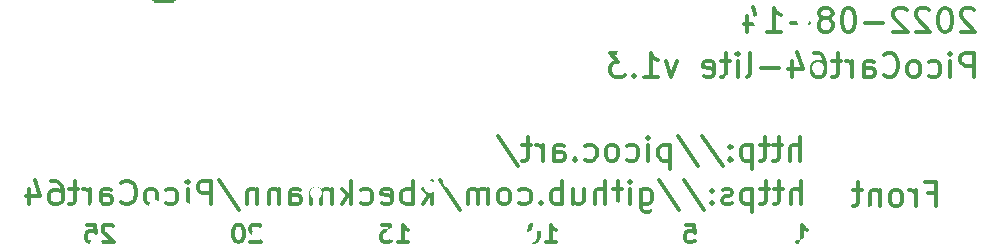
<source format=gbo>
G04 #@! TF.GenerationSoftware,KiCad,Pcbnew,(6.0.9-0)*
G04 #@! TF.CreationDate,2022-11-10T09:06:56+01:00*
G04 #@! TF.ProjectId,picocart64_v1_lite,7069636f-6361-4727-9436-345f76315f6c,rev?*
G04 #@! TF.SameCoordinates,Original*
G04 #@! TF.FileFunction,Legend,Bot*
G04 #@! TF.FilePolarity,Positive*
%FSLAX46Y46*%
G04 Gerber Fmt 4.6, Leading zero omitted, Abs format (unit mm)*
G04 Created by KiCad (PCBNEW (6.0.9-0)) date 2022-11-10 09:06:56*
%MOMM*%
%LPD*%
G01*
G04 APERTURE LIST*
G04 Aperture macros list*
%AMRoundRect*
0 Rectangle with rounded corners*
0 $1 Rounding radius*
0 $2 $3 $4 $5 $6 $7 $8 $9 X,Y pos of 4 corners*
0 Add a 4 corners polygon primitive as box body*
4,1,4,$2,$3,$4,$5,$6,$7,$8,$9,$2,$3,0*
0 Add four circle primitives for the rounded corners*
1,1,$1+$1,$2,$3*
1,1,$1+$1,$4,$5*
1,1,$1+$1,$6,$7*
1,1,$1+$1,$8,$9*
0 Add four rect primitives between the rounded corners*
20,1,$1+$1,$2,$3,$4,$5,0*
20,1,$1+$1,$4,$5,$6,$7,0*
20,1,$1+$1,$6,$7,$8,$9,0*
20,1,$1+$1,$8,$9,$2,$3,0*%
G04 Aperture macros list end*
%ADD10C,0.300000*%
%ADD11C,2.760000*%
%ADD12RoundRect,0.130000X0.850000X0.850000X-0.850000X0.850000X-0.850000X-0.850000X0.850000X-0.850000X0*%
%ADD13RoundRect,0.130000X0.850000X-0.850000X0.850000X0.850000X-0.850000X0.850000X-0.850000X-0.850000X0*%
%ADD14O,1.960000X1.960000*%
%ADD15RoundRect,0.555000X0.425000X-0.425000X0.425000X0.425000X-0.425000X0.425000X-0.425000X-0.425000X0*%
%ADD16O,2.060000X2.060000*%
%ADD17O,1.760000X1.760000*%
%ADD18RoundRect,0.130000X-0.850000X0.850000X-0.850000X-0.850000X0.850000X-0.850000X0.850000X0.850000X0*%
%ADD19C,1.060000*%
G04 APERTURE END LIST*
D10*
X170142857Y-109678571D02*
X170857142Y-109678571D01*
X170928571Y-110392857D01*
X170857142Y-110321428D01*
X170714285Y-110250000D01*
X170357142Y-110250000D01*
X170214285Y-110321428D01*
X170142857Y-110392857D01*
X170071428Y-110535714D01*
X170071428Y-110892857D01*
X170142857Y-111035714D01*
X170214285Y-111107142D01*
X170357142Y-111178571D01*
X170714285Y-111178571D01*
X170857142Y-111107142D01*
X170928571Y-111035714D01*
X158285714Y-111178571D02*
X159142857Y-111178571D01*
X158714285Y-111178571D02*
X158714285Y-109678571D01*
X158857142Y-109892857D01*
X159000000Y-110035714D01*
X159142857Y-110107142D01*
X157357142Y-109678571D02*
X157214285Y-109678571D01*
X157071428Y-109750000D01*
X157000000Y-109821428D01*
X156928571Y-109964285D01*
X156857142Y-110250000D01*
X156857142Y-110607142D01*
X156928571Y-110892857D01*
X157000000Y-111035714D01*
X157071428Y-111107142D01*
X157214285Y-111178571D01*
X157357142Y-111178571D01*
X157500000Y-111107142D01*
X157571428Y-111035714D01*
X157642857Y-110892857D01*
X157714285Y-110607142D01*
X157714285Y-110250000D01*
X157642857Y-109964285D01*
X157571428Y-109821428D01*
X157500000Y-109750000D01*
X157357142Y-109678571D01*
X145785714Y-111178571D02*
X146642857Y-111178571D01*
X146214285Y-111178571D02*
X146214285Y-109678571D01*
X146357142Y-109892857D01*
X146500000Y-110035714D01*
X146642857Y-110107142D01*
X144428571Y-109678571D02*
X145142857Y-109678571D01*
X145214285Y-110392857D01*
X145142857Y-110321428D01*
X145000000Y-110250000D01*
X144642857Y-110250000D01*
X144500000Y-110321428D01*
X144428571Y-110392857D01*
X144357142Y-110535714D01*
X144357142Y-110892857D01*
X144428571Y-111035714D01*
X144500000Y-111107142D01*
X144642857Y-111178571D01*
X145000000Y-111178571D01*
X145142857Y-111107142D01*
X145214285Y-111035714D01*
X134142857Y-109821428D02*
X134071428Y-109750000D01*
X133928571Y-109678571D01*
X133571428Y-109678571D01*
X133428571Y-109750000D01*
X133357142Y-109821428D01*
X133285714Y-109964285D01*
X133285714Y-110107142D01*
X133357142Y-110321428D01*
X134214285Y-111178571D01*
X133285714Y-111178571D01*
X132357142Y-109678571D02*
X132214285Y-109678571D01*
X132071428Y-109750000D01*
X132000000Y-109821428D01*
X131928571Y-109964285D01*
X131857142Y-110250000D01*
X131857142Y-110607142D01*
X131928571Y-110892857D01*
X132000000Y-111035714D01*
X132071428Y-111107142D01*
X132214285Y-111178571D01*
X132357142Y-111178571D01*
X132500000Y-111107142D01*
X132571428Y-111035714D01*
X132642857Y-110892857D01*
X132714285Y-110607142D01*
X132714285Y-110250000D01*
X132642857Y-109964285D01*
X132571428Y-109821428D01*
X132500000Y-109750000D01*
X132357142Y-109678571D01*
X121642857Y-109821428D02*
X121571428Y-109750000D01*
X121428571Y-109678571D01*
X121071428Y-109678571D01*
X120928571Y-109750000D01*
X120857142Y-109821428D01*
X120785714Y-109964285D01*
X120785714Y-110107142D01*
X120857142Y-110321428D01*
X121714285Y-111178571D01*
X120785714Y-111178571D01*
X119428571Y-109678571D02*
X120142857Y-109678571D01*
X120214285Y-110392857D01*
X120142857Y-110321428D01*
X120000000Y-110250000D01*
X119642857Y-110250000D01*
X119500000Y-110321428D01*
X119428571Y-110392857D01*
X119357142Y-110535714D01*
X119357142Y-110892857D01*
X119428571Y-111035714D01*
X119500000Y-111107142D01*
X119642857Y-111178571D01*
X120000000Y-111178571D01*
X120142857Y-111107142D01*
X120214285Y-111035714D01*
X179571428Y-111178571D02*
X180428571Y-111178571D01*
X180000000Y-111178571D02*
X180000000Y-109678571D01*
X180142857Y-109892857D01*
X180285714Y-110035714D01*
X180428571Y-110107142D01*
X190674285Y-107045142D02*
X191340952Y-107045142D01*
X191340952Y-108092761D02*
X191340952Y-106092761D01*
X190388571Y-106092761D01*
X189626666Y-108092761D02*
X189626666Y-106759428D01*
X189626666Y-107140380D02*
X189531428Y-106949904D01*
X189436190Y-106854666D01*
X189245714Y-106759428D01*
X189055238Y-106759428D01*
X188102857Y-108092761D02*
X188293333Y-107997523D01*
X188388571Y-107902285D01*
X188483809Y-107711809D01*
X188483809Y-107140380D01*
X188388571Y-106949904D01*
X188293333Y-106854666D01*
X188102857Y-106759428D01*
X187817142Y-106759428D01*
X187626666Y-106854666D01*
X187531428Y-106949904D01*
X187436190Y-107140380D01*
X187436190Y-107711809D01*
X187531428Y-107902285D01*
X187626666Y-107997523D01*
X187817142Y-108092761D01*
X188102857Y-108092761D01*
X186579047Y-106759428D02*
X186579047Y-108092761D01*
X186579047Y-106949904D02*
X186483809Y-106854666D01*
X186293333Y-106759428D01*
X186007619Y-106759428D01*
X185817142Y-106854666D01*
X185721904Y-107045142D01*
X185721904Y-108092761D01*
X185055238Y-106759428D02*
X184293333Y-106759428D01*
X184769523Y-106092761D02*
X184769523Y-107807047D01*
X184674285Y-107997523D01*
X184483809Y-108092761D01*
X184293333Y-108092761D01*
X179883809Y-107969761D02*
X179883809Y-105969761D01*
X179026666Y-107969761D02*
X179026666Y-106922142D01*
X179121904Y-106731666D01*
X179312380Y-106636428D01*
X179598095Y-106636428D01*
X179788571Y-106731666D01*
X179883809Y-106826904D01*
X178360000Y-106636428D02*
X177598095Y-106636428D01*
X178074285Y-105969761D02*
X178074285Y-107684047D01*
X177979047Y-107874523D01*
X177788571Y-107969761D01*
X177598095Y-107969761D01*
X177217142Y-106636428D02*
X176455238Y-106636428D01*
X176931428Y-105969761D02*
X176931428Y-107684047D01*
X176836190Y-107874523D01*
X176645714Y-107969761D01*
X176455238Y-107969761D01*
X175788571Y-106636428D02*
X175788571Y-108636428D01*
X175788571Y-106731666D02*
X175598095Y-106636428D01*
X175217142Y-106636428D01*
X175026666Y-106731666D01*
X174931428Y-106826904D01*
X174836190Y-107017380D01*
X174836190Y-107588809D01*
X174931428Y-107779285D01*
X175026666Y-107874523D01*
X175217142Y-107969761D01*
X175598095Y-107969761D01*
X175788571Y-107874523D01*
X174074285Y-107874523D02*
X173883809Y-107969761D01*
X173502857Y-107969761D01*
X173312380Y-107874523D01*
X173217142Y-107684047D01*
X173217142Y-107588809D01*
X173312380Y-107398333D01*
X173502857Y-107303095D01*
X173788571Y-107303095D01*
X173979047Y-107207857D01*
X174074285Y-107017380D01*
X174074285Y-106922142D01*
X173979047Y-106731666D01*
X173788571Y-106636428D01*
X173502857Y-106636428D01*
X173312380Y-106731666D01*
X172360000Y-107779285D02*
X172264761Y-107874523D01*
X172360000Y-107969761D01*
X172455238Y-107874523D01*
X172360000Y-107779285D01*
X172360000Y-107969761D01*
X172360000Y-106731666D02*
X172264761Y-106826904D01*
X172360000Y-106922142D01*
X172455238Y-106826904D01*
X172360000Y-106731666D01*
X172360000Y-106922142D01*
X169979047Y-105874523D02*
X171693333Y-108445952D01*
X167883809Y-105874523D02*
X169598095Y-108445952D01*
X166360000Y-106636428D02*
X166360000Y-108255476D01*
X166455238Y-108445952D01*
X166550476Y-108541190D01*
X166740952Y-108636428D01*
X167026666Y-108636428D01*
X167217142Y-108541190D01*
X166360000Y-107874523D02*
X166550476Y-107969761D01*
X166931428Y-107969761D01*
X167121904Y-107874523D01*
X167217142Y-107779285D01*
X167312380Y-107588809D01*
X167312380Y-107017380D01*
X167217142Y-106826904D01*
X167121904Y-106731666D01*
X166931428Y-106636428D01*
X166550476Y-106636428D01*
X166360000Y-106731666D01*
X165407619Y-107969761D02*
X165407619Y-106636428D01*
X165407619Y-105969761D02*
X165502857Y-106065000D01*
X165407619Y-106160238D01*
X165312380Y-106065000D01*
X165407619Y-105969761D01*
X165407619Y-106160238D01*
X164740952Y-106636428D02*
X163979047Y-106636428D01*
X164455238Y-105969761D02*
X164455238Y-107684047D01*
X164360000Y-107874523D01*
X164169523Y-107969761D01*
X163979047Y-107969761D01*
X163312380Y-107969761D02*
X163312380Y-105969761D01*
X162455238Y-107969761D02*
X162455238Y-106922142D01*
X162550476Y-106731666D01*
X162740952Y-106636428D01*
X163026666Y-106636428D01*
X163217142Y-106731666D01*
X163312380Y-106826904D01*
X160645714Y-106636428D02*
X160645714Y-107969761D01*
X161502857Y-106636428D02*
X161502857Y-107684047D01*
X161407619Y-107874523D01*
X161217142Y-107969761D01*
X160931428Y-107969761D01*
X160740952Y-107874523D01*
X160645714Y-107779285D01*
X159693333Y-107969761D02*
X159693333Y-105969761D01*
X159693333Y-106731666D02*
X159502857Y-106636428D01*
X159121904Y-106636428D01*
X158931428Y-106731666D01*
X158836190Y-106826904D01*
X158740952Y-107017380D01*
X158740952Y-107588809D01*
X158836190Y-107779285D01*
X158931428Y-107874523D01*
X159121904Y-107969761D01*
X159502857Y-107969761D01*
X159693333Y-107874523D01*
X157883809Y-107779285D02*
X157788571Y-107874523D01*
X157883809Y-107969761D01*
X157979047Y-107874523D01*
X157883809Y-107779285D01*
X157883809Y-107969761D01*
X156074285Y-107874523D02*
X156264761Y-107969761D01*
X156645714Y-107969761D01*
X156836190Y-107874523D01*
X156931428Y-107779285D01*
X157026666Y-107588809D01*
X157026666Y-107017380D01*
X156931428Y-106826904D01*
X156836190Y-106731666D01*
X156645714Y-106636428D01*
X156264761Y-106636428D01*
X156074285Y-106731666D01*
X154931428Y-107969761D02*
X155121904Y-107874523D01*
X155217142Y-107779285D01*
X155312380Y-107588809D01*
X155312380Y-107017380D01*
X155217142Y-106826904D01*
X155121904Y-106731666D01*
X154931428Y-106636428D01*
X154645714Y-106636428D01*
X154455238Y-106731666D01*
X154360000Y-106826904D01*
X154264761Y-107017380D01*
X154264761Y-107588809D01*
X154360000Y-107779285D01*
X154455238Y-107874523D01*
X154645714Y-107969761D01*
X154931428Y-107969761D01*
X153407619Y-107969761D02*
X153407619Y-106636428D01*
X153407619Y-106826904D02*
X153312380Y-106731666D01*
X153121904Y-106636428D01*
X152836190Y-106636428D01*
X152645714Y-106731666D01*
X152550476Y-106922142D01*
X152550476Y-107969761D01*
X152550476Y-106922142D02*
X152455238Y-106731666D01*
X152264761Y-106636428D01*
X151979047Y-106636428D01*
X151788571Y-106731666D01*
X151693333Y-106922142D01*
X151693333Y-107969761D01*
X149312380Y-105874523D02*
X151026666Y-108445952D01*
X148645714Y-107969761D02*
X148645714Y-105969761D01*
X148455238Y-107207857D02*
X147883809Y-107969761D01*
X147883809Y-106636428D02*
X148645714Y-107398333D01*
X147026666Y-107969761D02*
X147026666Y-105969761D01*
X147026666Y-106731666D02*
X146836190Y-106636428D01*
X146455238Y-106636428D01*
X146264761Y-106731666D01*
X146169523Y-106826904D01*
X146074285Y-107017380D01*
X146074285Y-107588809D01*
X146169523Y-107779285D01*
X146264761Y-107874523D01*
X146455238Y-107969761D01*
X146836190Y-107969761D01*
X147026666Y-107874523D01*
X144455238Y-107874523D02*
X144645714Y-107969761D01*
X145026666Y-107969761D01*
X145217142Y-107874523D01*
X145312380Y-107684047D01*
X145312380Y-106922142D01*
X145217142Y-106731666D01*
X145026666Y-106636428D01*
X144645714Y-106636428D01*
X144455238Y-106731666D01*
X144360000Y-106922142D01*
X144360000Y-107112619D01*
X145312380Y-107303095D01*
X142645714Y-107874523D02*
X142836190Y-107969761D01*
X143217142Y-107969761D01*
X143407619Y-107874523D01*
X143502857Y-107779285D01*
X143598095Y-107588809D01*
X143598095Y-107017380D01*
X143502857Y-106826904D01*
X143407619Y-106731666D01*
X143217142Y-106636428D01*
X142836190Y-106636428D01*
X142645714Y-106731666D01*
X141788571Y-107969761D02*
X141788571Y-105969761D01*
X141598095Y-107207857D02*
X141026666Y-107969761D01*
X141026666Y-106636428D02*
X141788571Y-107398333D01*
X140169523Y-107969761D02*
X140169523Y-106636428D01*
X140169523Y-106826904D02*
X140074285Y-106731666D01*
X139883809Y-106636428D01*
X139598095Y-106636428D01*
X139407619Y-106731666D01*
X139312380Y-106922142D01*
X139312380Y-107969761D01*
X139312380Y-106922142D02*
X139217142Y-106731666D01*
X139026666Y-106636428D01*
X138740952Y-106636428D01*
X138550476Y-106731666D01*
X138455238Y-106922142D01*
X138455238Y-107969761D01*
X136645714Y-107969761D02*
X136645714Y-106922142D01*
X136740952Y-106731666D01*
X136931428Y-106636428D01*
X137312380Y-106636428D01*
X137502857Y-106731666D01*
X136645714Y-107874523D02*
X136836190Y-107969761D01*
X137312380Y-107969761D01*
X137502857Y-107874523D01*
X137598095Y-107684047D01*
X137598095Y-107493571D01*
X137502857Y-107303095D01*
X137312380Y-107207857D01*
X136836190Y-107207857D01*
X136645714Y-107112619D01*
X135693333Y-106636428D02*
X135693333Y-107969761D01*
X135693333Y-106826904D02*
X135598095Y-106731666D01*
X135407619Y-106636428D01*
X135121904Y-106636428D01*
X134931428Y-106731666D01*
X134836190Y-106922142D01*
X134836190Y-107969761D01*
X133883809Y-106636428D02*
X133883809Y-107969761D01*
X133883809Y-106826904D02*
X133788571Y-106731666D01*
X133598095Y-106636428D01*
X133312380Y-106636428D01*
X133121904Y-106731666D01*
X133026666Y-106922142D01*
X133026666Y-107969761D01*
X130645714Y-105874523D02*
X132360000Y-108445952D01*
X129979047Y-107969761D02*
X129979047Y-105969761D01*
X129217142Y-105969761D01*
X129026666Y-106065000D01*
X128931428Y-106160238D01*
X128836190Y-106350714D01*
X128836190Y-106636428D01*
X128931428Y-106826904D01*
X129026666Y-106922142D01*
X129217142Y-107017380D01*
X129979047Y-107017380D01*
X127979047Y-107969761D02*
X127979047Y-106636428D01*
X127979047Y-105969761D02*
X128074285Y-106065000D01*
X127979047Y-106160238D01*
X127883809Y-106065000D01*
X127979047Y-105969761D01*
X127979047Y-106160238D01*
X126169523Y-107874523D02*
X126360000Y-107969761D01*
X126740952Y-107969761D01*
X126931428Y-107874523D01*
X127026666Y-107779285D01*
X127121904Y-107588809D01*
X127121904Y-107017380D01*
X127026666Y-106826904D01*
X126931428Y-106731666D01*
X126740952Y-106636428D01*
X126360000Y-106636428D01*
X126169523Y-106731666D01*
X125026666Y-107969761D02*
X125217142Y-107874523D01*
X125312380Y-107779285D01*
X125407619Y-107588809D01*
X125407619Y-107017380D01*
X125312380Y-106826904D01*
X125217142Y-106731666D01*
X125026666Y-106636428D01*
X124740952Y-106636428D01*
X124550476Y-106731666D01*
X124455238Y-106826904D01*
X124360000Y-107017380D01*
X124360000Y-107588809D01*
X124455238Y-107779285D01*
X124550476Y-107874523D01*
X124740952Y-107969761D01*
X125026666Y-107969761D01*
X122360000Y-107779285D02*
X122455238Y-107874523D01*
X122740952Y-107969761D01*
X122931428Y-107969761D01*
X123217142Y-107874523D01*
X123407619Y-107684047D01*
X123502857Y-107493571D01*
X123598095Y-107112619D01*
X123598095Y-106826904D01*
X123502857Y-106445952D01*
X123407619Y-106255476D01*
X123217142Y-106065000D01*
X122931428Y-105969761D01*
X122740952Y-105969761D01*
X122455238Y-106065000D01*
X122360000Y-106160238D01*
X120645714Y-107969761D02*
X120645714Y-106922142D01*
X120740952Y-106731666D01*
X120931428Y-106636428D01*
X121312380Y-106636428D01*
X121502857Y-106731666D01*
X120645714Y-107874523D02*
X120836190Y-107969761D01*
X121312380Y-107969761D01*
X121502857Y-107874523D01*
X121598095Y-107684047D01*
X121598095Y-107493571D01*
X121502857Y-107303095D01*
X121312380Y-107207857D01*
X120836190Y-107207857D01*
X120645714Y-107112619D01*
X119693333Y-107969761D02*
X119693333Y-106636428D01*
X119693333Y-107017380D02*
X119598095Y-106826904D01*
X119502857Y-106731666D01*
X119312380Y-106636428D01*
X119121904Y-106636428D01*
X118740952Y-106636428D02*
X117979047Y-106636428D01*
X118455238Y-105969761D02*
X118455238Y-107684047D01*
X118360000Y-107874523D01*
X118169523Y-107969761D01*
X117979047Y-107969761D01*
X116455238Y-105969761D02*
X116836190Y-105969761D01*
X117026666Y-106065000D01*
X117121904Y-106160238D01*
X117312380Y-106445952D01*
X117407619Y-106826904D01*
X117407619Y-107588809D01*
X117312380Y-107779285D01*
X117217142Y-107874523D01*
X117026666Y-107969761D01*
X116645714Y-107969761D01*
X116455238Y-107874523D01*
X116360000Y-107779285D01*
X116264761Y-107588809D01*
X116264761Y-107112619D01*
X116360000Y-106922142D01*
X116455238Y-106826904D01*
X116645714Y-106731666D01*
X117026666Y-106731666D01*
X117217142Y-106826904D01*
X117312380Y-106922142D01*
X117407619Y-107112619D01*
X114550476Y-106636428D02*
X114550476Y-107969761D01*
X115026666Y-105874523D02*
X115502857Y-107303095D01*
X114264761Y-107303095D01*
X194584047Y-91555238D02*
X194488809Y-91460000D01*
X194298333Y-91364761D01*
X193822142Y-91364761D01*
X193631666Y-91460000D01*
X193536428Y-91555238D01*
X193441190Y-91745714D01*
X193441190Y-91936190D01*
X193536428Y-92221904D01*
X194679285Y-93364761D01*
X193441190Y-93364761D01*
X192203095Y-91364761D02*
X192012619Y-91364761D01*
X191822142Y-91460000D01*
X191726904Y-91555238D01*
X191631666Y-91745714D01*
X191536428Y-92126666D01*
X191536428Y-92602857D01*
X191631666Y-92983809D01*
X191726904Y-93174285D01*
X191822142Y-93269523D01*
X192012619Y-93364761D01*
X192203095Y-93364761D01*
X192393571Y-93269523D01*
X192488809Y-93174285D01*
X192584047Y-92983809D01*
X192679285Y-92602857D01*
X192679285Y-92126666D01*
X192584047Y-91745714D01*
X192488809Y-91555238D01*
X192393571Y-91460000D01*
X192203095Y-91364761D01*
X190774523Y-91555238D02*
X190679285Y-91460000D01*
X190488809Y-91364761D01*
X190012619Y-91364761D01*
X189822142Y-91460000D01*
X189726904Y-91555238D01*
X189631666Y-91745714D01*
X189631666Y-91936190D01*
X189726904Y-92221904D01*
X190869761Y-93364761D01*
X189631666Y-93364761D01*
X188869761Y-91555238D02*
X188774523Y-91460000D01*
X188584047Y-91364761D01*
X188107857Y-91364761D01*
X187917380Y-91460000D01*
X187822142Y-91555238D01*
X187726904Y-91745714D01*
X187726904Y-91936190D01*
X187822142Y-92221904D01*
X188965000Y-93364761D01*
X187726904Y-93364761D01*
X186869761Y-92602857D02*
X185345952Y-92602857D01*
X184012619Y-91364761D02*
X183822142Y-91364761D01*
X183631666Y-91460000D01*
X183536428Y-91555238D01*
X183441190Y-91745714D01*
X183345952Y-92126666D01*
X183345952Y-92602857D01*
X183441190Y-92983809D01*
X183536428Y-93174285D01*
X183631666Y-93269523D01*
X183822142Y-93364761D01*
X184012619Y-93364761D01*
X184203095Y-93269523D01*
X184298333Y-93174285D01*
X184393571Y-92983809D01*
X184488809Y-92602857D01*
X184488809Y-92126666D01*
X184393571Y-91745714D01*
X184298333Y-91555238D01*
X184203095Y-91460000D01*
X184012619Y-91364761D01*
X182203095Y-92221904D02*
X182393571Y-92126666D01*
X182488809Y-92031428D01*
X182584047Y-91840952D01*
X182584047Y-91745714D01*
X182488809Y-91555238D01*
X182393571Y-91460000D01*
X182203095Y-91364761D01*
X181822142Y-91364761D01*
X181631666Y-91460000D01*
X181536428Y-91555238D01*
X181441190Y-91745714D01*
X181441190Y-91840952D01*
X181536428Y-92031428D01*
X181631666Y-92126666D01*
X181822142Y-92221904D01*
X182203095Y-92221904D01*
X182393571Y-92317142D01*
X182488809Y-92412380D01*
X182584047Y-92602857D01*
X182584047Y-92983809D01*
X182488809Y-93174285D01*
X182393571Y-93269523D01*
X182203095Y-93364761D01*
X181822142Y-93364761D01*
X181631666Y-93269523D01*
X181536428Y-93174285D01*
X181441190Y-92983809D01*
X181441190Y-92602857D01*
X181536428Y-92412380D01*
X181631666Y-92317142D01*
X181822142Y-92221904D01*
X180584047Y-92602857D02*
X179060238Y-92602857D01*
X177060238Y-93364761D02*
X178203095Y-93364761D01*
X177631666Y-93364761D02*
X177631666Y-91364761D01*
X177822142Y-91650476D01*
X178012619Y-91840952D01*
X178203095Y-91936190D01*
X175345952Y-92031428D02*
X175345952Y-93364761D01*
X175822142Y-91269523D02*
X176298333Y-92698095D01*
X175060238Y-92698095D01*
X194543732Y-97174761D02*
X194543732Y-95174761D01*
X193781827Y-95174761D01*
X193591351Y-95270000D01*
X193496113Y-95365238D01*
X193400875Y-95555714D01*
X193400875Y-95841428D01*
X193496113Y-96031904D01*
X193591351Y-96127142D01*
X193781827Y-96222380D01*
X194543732Y-96222380D01*
X192543732Y-97174761D02*
X192543732Y-95841428D01*
X192543732Y-95174761D02*
X192638970Y-95270000D01*
X192543732Y-95365238D01*
X192448494Y-95270000D01*
X192543732Y-95174761D01*
X192543732Y-95365238D01*
X190734208Y-97079523D02*
X190924684Y-97174761D01*
X191305637Y-97174761D01*
X191496113Y-97079523D01*
X191591351Y-96984285D01*
X191686589Y-96793809D01*
X191686589Y-96222380D01*
X191591351Y-96031904D01*
X191496113Y-95936666D01*
X191305637Y-95841428D01*
X190924684Y-95841428D01*
X190734208Y-95936666D01*
X189591351Y-97174761D02*
X189781827Y-97079523D01*
X189877065Y-96984285D01*
X189972303Y-96793809D01*
X189972303Y-96222380D01*
X189877065Y-96031904D01*
X189781827Y-95936666D01*
X189591351Y-95841428D01*
X189305637Y-95841428D01*
X189115161Y-95936666D01*
X189019923Y-96031904D01*
X188924684Y-96222380D01*
X188924684Y-96793809D01*
X189019923Y-96984285D01*
X189115161Y-97079523D01*
X189305637Y-97174761D01*
X189591351Y-97174761D01*
X186924684Y-96984285D02*
X187019923Y-97079523D01*
X187305637Y-97174761D01*
X187496113Y-97174761D01*
X187781827Y-97079523D01*
X187972303Y-96889047D01*
X188067542Y-96698571D01*
X188162780Y-96317619D01*
X188162780Y-96031904D01*
X188067542Y-95650952D01*
X187972303Y-95460476D01*
X187781827Y-95270000D01*
X187496113Y-95174761D01*
X187305637Y-95174761D01*
X187019923Y-95270000D01*
X186924684Y-95365238D01*
X185210399Y-97174761D02*
X185210399Y-96127142D01*
X185305637Y-95936666D01*
X185496113Y-95841428D01*
X185877065Y-95841428D01*
X186067542Y-95936666D01*
X185210399Y-97079523D02*
X185400875Y-97174761D01*
X185877065Y-97174761D01*
X186067542Y-97079523D01*
X186162780Y-96889047D01*
X186162780Y-96698571D01*
X186067542Y-96508095D01*
X185877065Y-96412857D01*
X185400875Y-96412857D01*
X185210399Y-96317619D01*
X184258018Y-97174761D02*
X184258018Y-95841428D01*
X184258018Y-96222380D02*
X184162780Y-96031904D01*
X184067542Y-95936666D01*
X183877065Y-95841428D01*
X183686589Y-95841428D01*
X183305637Y-95841428D02*
X182543732Y-95841428D01*
X183019923Y-95174761D02*
X183019923Y-96889047D01*
X182924684Y-97079523D01*
X182734208Y-97174761D01*
X182543732Y-97174761D01*
X181019923Y-95174761D02*
X181400875Y-95174761D01*
X181591351Y-95270000D01*
X181686589Y-95365238D01*
X181877065Y-95650952D01*
X181972303Y-96031904D01*
X181972303Y-96793809D01*
X181877065Y-96984285D01*
X181781827Y-97079523D01*
X181591351Y-97174761D01*
X181210399Y-97174761D01*
X181019923Y-97079523D01*
X180924684Y-96984285D01*
X180829446Y-96793809D01*
X180829446Y-96317619D01*
X180924684Y-96127142D01*
X181019923Y-96031904D01*
X181210399Y-95936666D01*
X181591351Y-95936666D01*
X181781827Y-96031904D01*
X181877065Y-96127142D01*
X181972303Y-96317619D01*
X179115161Y-95841428D02*
X179115161Y-97174761D01*
X179591351Y-95079523D02*
X180067542Y-96508095D01*
X178829446Y-96508095D01*
X178067542Y-96412857D02*
X176543732Y-96412857D01*
X175305637Y-97174761D02*
X175496113Y-97079523D01*
X175591351Y-96889047D01*
X175591351Y-95174761D01*
X174543732Y-97174761D02*
X174543732Y-95841428D01*
X174543732Y-95174761D02*
X174638970Y-95270000D01*
X174543732Y-95365238D01*
X174448494Y-95270000D01*
X174543732Y-95174761D01*
X174543732Y-95365238D01*
X173877065Y-95841428D02*
X173115161Y-95841428D01*
X173591351Y-95174761D02*
X173591351Y-96889047D01*
X173496113Y-97079523D01*
X173305637Y-97174761D01*
X173115161Y-97174761D01*
X171686589Y-97079523D02*
X171877065Y-97174761D01*
X172258018Y-97174761D01*
X172448494Y-97079523D01*
X172543732Y-96889047D01*
X172543732Y-96127142D01*
X172448494Y-95936666D01*
X172258018Y-95841428D01*
X171877065Y-95841428D01*
X171686589Y-95936666D01*
X171591351Y-96127142D01*
X171591351Y-96317619D01*
X172543732Y-96508095D01*
X169400875Y-95841428D02*
X168924684Y-97174761D01*
X168448494Y-95841428D01*
X166638970Y-97174761D02*
X167781827Y-97174761D01*
X167210399Y-97174761D02*
X167210399Y-95174761D01*
X167400875Y-95460476D01*
X167591351Y-95650952D01*
X167781827Y-95746190D01*
X165781827Y-96984285D02*
X165686589Y-97079523D01*
X165781827Y-97174761D01*
X165877065Y-97079523D01*
X165781827Y-96984285D01*
X165781827Y-97174761D01*
X165019923Y-95174761D02*
X163781827Y-95174761D01*
X164448494Y-95936666D01*
X164162780Y-95936666D01*
X163972303Y-96031904D01*
X163877065Y-96127142D01*
X163781827Y-96317619D01*
X163781827Y-96793809D01*
X163877065Y-96984285D01*
X163972303Y-97079523D01*
X164162780Y-97174761D01*
X164734208Y-97174761D01*
X164924684Y-97079523D01*
X165019923Y-96984285D01*
X179847092Y-104274761D02*
X179847092Y-102274761D01*
X178989949Y-104274761D02*
X178989949Y-103227142D01*
X179085187Y-103036666D01*
X179275663Y-102941428D01*
X179561378Y-102941428D01*
X179751854Y-103036666D01*
X179847092Y-103131904D01*
X178323283Y-102941428D02*
X177561378Y-102941428D01*
X178037568Y-102274761D02*
X178037568Y-103989047D01*
X177942330Y-104179523D01*
X177751854Y-104274761D01*
X177561378Y-104274761D01*
X177180425Y-102941428D02*
X176418521Y-102941428D01*
X176894711Y-102274761D02*
X176894711Y-103989047D01*
X176799473Y-104179523D01*
X176608997Y-104274761D01*
X176418521Y-104274761D01*
X175751854Y-102941428D02*
X175751854Y-104941428D01*
X175751854Y-103036666D02*
X175561378Y-102941428D01*
X175180425Y-102941428D01*
X174989949Y-103036666D01*
X174894711Y-103131904D01*
X174799473Y-103322380D01*
X174799473Y-103893809D01*
X174894711Y-104084285D01*
X174989949Y-104179523D01*
X175180425Y-104274761D01*
X175561378Y-104274761D01*
X175751854Y-104179523D01*
X173942330Y-104084285D02*
X173847092Y-104179523D01*
X173942330Y-104274761D01*
X174037568Y-104179523D01*
X173942330Y-104084285D01*
X173942330Y-104274761D01*
X173942330Y-103036666D02*
X173847092Y-103131904D01*
X173942330Y-103227142D01*
X174037568Y-103131904D01*
X173942330Y-103036666D01*
X173942330Y-103227142D01*
X171561378Y-102179523D02*
X173275663Y-104750952D01*
X169466140Y-102179523D02*
X171180425Y-104750952D01*
X168799473Y-102941428D02*
X168799473Y-104941428D01*
X168799473Y-103036666D02*
X168608997Y-102941428D01*
X168228044Y-102941428D01*
X168037568Y-103036666D01*
X167942330Y-103131904D01*
X167847092Y-103322380D01*
X167847092Y-103893809D01*
X167942330Y-104084285D01*
X168037568Y-104179523D01*
X168228044Y-104274761D01*
X168608997Y-104274761D01*
X168799473Y-104179523D01*
X166989949Y-104274761D02*
X166989949Y-102941428D01*
X166989949Y-102274761D02*
X167085187Y-102370000D01*
X166989949Y-102465238D01*
X166894711Y-102370000D01*
X166989949Y-102274761D01*
X166989949Y-102465238D01*
X165180425Y-104179523D02*
X165370902Y-104274761D01*
X165751854Y-104274761D01*
X165942330Y-104179523D01*
X166037568Y-104084285D01*
X166132806Y-103893809D01*
X166132806Y-103322380D01*
X166037568Y-103131904D01*
X165942330Y-103036666D01*
X165751854Y-102941428D01*
X165370902Y-102941428D01*
X165180425Y-103036666D01*
X164037568Y-104274761D02*
X164228044Y-104179523D01*
X164323283Y-104084285D01*
X164418521Y-103893809D01*
X164418521Y-103322380D01*
X164323283Y-103131904D01*
X164228044Y-103036666D01*
X164037568Y-102941428D01*
X163751854Y-102941428D01*
X163561378Y-103036666D01*
X163466140Y-103131904D01*
X163370902Y-103322380D01*
X163370902Y-103893809D01*
X163466140Y-104084285D01*
X163561378Y-104179523D01*
X163751854Y-104274761D01*
X164037568Y-104274761D01*
X161656616Y-104179523D02*
X161847092Y-104274761D01*
X162228044Y-104274761D01*
X162418521Y-104179523D01*
X162513759Y-104084285D01*
X162608997Y-103893809D01*
X162608997Y-103322380D01*
X162513759Y-103131904D01*
X162418521Y-103036666D01*
X162228044Y-102941428D01*
X161847092Y-102941428D01*
X161656616Y-103036666D01*
X160799473Y-104084285D02*
X160704235Y-104179523D01*
X160799473Y-104274761D01*
X160894711Y-104179523D01*
X160799473Y-104084285D01*
X160799473Y-104274761D01*
X158989949Y-104274761D02*
X158989949Y-103227142D01*
X159085187Y-103036666D01*
X159275663Y-102941428D01*
X159656616Y-102941428D01*
X159847092Y-103036666D01*
X158989949Y-104179523D02*
X159180425Y-104274761D01*
X159656616Y-104274761D01*
X159847092Y-104179523D01*
X159942330Y-103989047D01*
X159942330Y-103798571D01*
X159847092Y-103608095D01*
X159656616Y-103512857D01*
X159180425Y-103512857D01*
X158989949Y-103417619D01*
X158037568Y-104274761D02*
X158037568Y-102941428D01*
X158037568Y-103322380D02*
X157942330Y-103131904D01*
X157847092Y-103036666D01*
X157656616Y-102941428D01*
X157466140Y-102941428D01*
X157085187Y-102941428D02*
X156323283Y-102941428D01*
X156799473Y-102274761D02*
X156799473Y-103989047D01*
X156704235Y-104179523D01*
X156513759Y-104274761D01*
X156323283Y-104274761D01*
X154228044Y-102179523D02*
X155942330Y-104750952D01*
%LPC*%
D11*
X102850000Y-112600000D03*
X197650000Y-112600000D03*
D12*
X197939990Y-65199997D03*
X186300000Y-71550000D03*
D13*
X110705000Y-95000000D03*
D14*
X113245000Y-95000000D03*
X115785000Y-95000000D03*
X118325000Y-95000000D03*
X115785000Y-74680000D03*
X110705000Y-79760000D03*
X108165000Y-89920000D03*
X115785000Y-72140000D03*
X108165000Y-82300000D03*
X110705000Y-84840000D03*
X115785000Y-84840000D03*
X123405000Y-77220000D03*
X118325000Y-72140000D03*
X108165000Y-72140000D03*
X120865000Y-77220000D03*
X108165000Y-84840000D03*
X110705000Y-72140000D03*
X123405000Y-82300000D03*
X113245000Y-74680000D03*
X108165000Y-77220000D03*
X115785000Y-79760000D03*
X118325000Y-77220000D03*
X115785000Y-82300000D03*
X120865000Y-89920000D03*
X120865000Y-87380000D03*
X120865000Y-84840000D03*
X113245000Y-77220000D03*
X115785000Y-87380000D03*
X110705000Y-82300000D03*
X108165000Y-87380000D03*
X118325000Y-79760000D03*
X110705000Y-74680000D03*
X108165000Y-79760000D03*
X123405000Y-79760000D03*
X113245000Y-87380000D03*
X115785000Y-89920000D03*
X110705000Y-77220000D03*
X123405000Y-72140000D03*
X120865000Y-72140000D03*
X113245000Y-79760000D03*
X113245000Y-72140000D03*
X123405000Y-87380000D03*
X115785000Y-77220000D03*
X123405000Y-84840000D03*
X113245000Y-84840000D03*
X113245000Y-82300000D03*
X118325000Y-89920000D03*
X118325000Y-87380000D03*
X118325000Y-82300000D03*
X108165000Y-74680000D03*
X110705000Y-89920000D03*
X110705000Y-87380000D03*
X113245000Y-89920000D03*
X120865000Y-79760000D03*
X123405000Y-74680000D03*
X120865000Y-82300000D03*
X120865000Y-74680000D03*
X123405000Y-89920000D03*
X118325000Y-84840000D03*
X118325000Y-74680000D03*
D15*
X105625000Y-79760000D03*
X105625000Y-72140000D03*
X105625000Y-87380000D03*
X105625000Y-89920000D03*
X105625000Y-84840000D03*
X105625000Y-82300000D03*
X105625000Y-74680000D03*
X105625000Y-77220000D03*
D13*
X125945000Y-87380000D03*
X125945000Y-74680000D03*
X125945000Y-72140000D03*
X125945000Y-89920000D03*
X125945000Y-84840000D03*
X125945000Y-82300000D03*
X125945000Y-77220000D03*
X125945000Y-79760000D03*
D16*
X195288600Y-76800000D03*
D17*
X192258600Y-76500000D03*
D16*
X195288600Y-71350000D03*
D17*
X192258600Y-71650000D03*
D14*
X195418600Y-65185000D03*
X192878600Y-65185000D03*
D18*
X190338600Y-65185000D03*
D14*
X187798600Y-65185000D03*
X185258600Y-65185000D03*
X182718600Y-65185000D03*
X180178600Y-65185000D03*
D18*
X177638600Y-65185000D03*
D14*
X175098600Y-65185000D03*
X172558600Y-65185000D03*
X170018600Y-65185000D03*
X167478600Y-65185000D03*
D18*
X164938600Y-65185000D03*
D14*
X162398600Y-65185000D03*
X159858600Y-65185000D03*
X157318600Y-65185000D03*
X154778600Y-65185000D03*
D18*
X152238600Y-65185000D03*
D14*
X149698600Y-65185000D03*
X147158600Y-65185000D03*
X147158600Y-82965000D03*
X149698600Y-82965000D03*
D18*
X152238600Y-82965000D03*
D14*
X154778600Y-82965000D03*
X157318600Y-82965000D03*
X159858600Y-82965000D03*
X162398600Y-82965000D03*
D18*
X164938600Y-82965000D03*
D14*
X167478600Y-82965000D03*
X170018600Y-82965000D03*
X172558600Y-82965000D03*
X175098600Y-82965000D03*
D18*
X177638600Y-82965000D03*
D14*
X180178600Y-82965000D03*
X182718600Y-82965000D03*
X185258600Y-82965000D03*
X187798600Y-82965000D03*
D18*
X190338600Y-82965000D03*
D14*
X192878600Y-82965000D03*
X195418600Y-82965000D03*
X147388600Y-71535000D03*
D18*
X147388600Y-74075000D03*
D14*
X147388600Y-76615000D03*
D13*
X108165000Y-67060000D03*
D14*
X110705000Y-67060000D03*
X113245000Y-67060000D03*
X115785000Y-67060000D03*
X118325000Y-67060000D03*
X120865000Y-67060000D03*
X123405000Y-67060000D03*
D19*
X180250000Y-111350000D03*
X180250000Y-108800000D03*
X177750000Y-111350000D03*
X177750000Y-108750000D03*
X167750000Y-108800000D03*
X167750000Y-110050000D03*
X127750000Y-111350000D03*
X127750000Y-108250000D03*
X125250000Y-108150000D03*
X125250000Y-111350000D03*
X120250000Y-111350000D03*
X120250000Y-108200000D03*
X130810000Y-63336550D03*
X140875000Y-91150000D03*
X140905318Y-73660000D03*
X181610000Y-68538966D03*
X115589704Y-102837791D03*
X190500000Y-87630000D03*
X105410000Y-63500000D03*
X101425000Y-92053295D03*
X177380000Y-80364914D03*
X192620000Y-80364914D03*
X110490000Y-107937495D03*
X115570000Y-107917791D03*
X197953903Y-92060000D03*
X157275000Y-78710000D03*
X168075000Y-100110000D03*
X180047000Y-92460000D03*
X189175000Y-108563500D03*
X181375000Y-96410000D03*
X137275000Y-79010000D03*
X138825000Y-107010000D03*
X105429704Y-102870000D03*
X148475000Y-89210000D03*
X164825000Y-78010000D03*
X129150000Y-100650000D03*
X125730000Y-102814488D03*
X183075000Y-80308167D03*
X152075000Y-78610000D03*
X102356903Y-77960000D03*
X110545560Y-98779704D03*
X102322855Y-75960000D03*
X179275000Y-98910000D03*
X115570000Y-63459124D03*
X162975000Y-88210000D03*
X101384142Y-89553295D03*
X176375000Y-68410000D03*
X197872187Y-87060000D03*
X132600000Y-88300000D03*
X101596097Y-107053295D03*
X173925000Y-97460000D03*
X179075000Y-78410000D03*
X167775000Y-91006500D03*
X102288806Y-73960000D03*
X187958792Y-80395000D03*
X120650000Y-63418266D03*
X172975000Y-80710000D03*
X164075000Y-108210000D03*
X162775000Y-80110000D03*
X197831329Y-84560000D03*
X115625560Y-98760000D03*
X149775000Y-98110000D03*
X147475000Y-103710000D03*
X171295000Y-68432806D03*
X195160000Y-80336540D03*
X176175000Y-75010000D03*
X195075000Y-67260000D03*
X102390951Y-79960000D03*
X185575000Y-94510000D03*
X159875000Y-78610000D03*
X139875000Y-87910000D03*
X173835000Y-68421403D03*
X149776384Y-74510000D03*
X149748011Y-72510000D03*
X190080000Y-80393288D03*
X195875000Y-97910000D03*
X163679048Y-68410000D03*
X120669704Y-102818088D03*
X168755000Y-68432805D03*
X137375000Y-83310000D03*
X139975000Y-104010000D03*
X144475000Y-91150000D03*
X197885000Y-89180000D03*
X169125000Y-88015000D03*
X198076477Y-99560000D03*
X129200000Y-82350000D03*
X120705560Y-97738088D03*
X135890000Y-63295692D03*
X183825000Y-76010000D03*
X197994761Y-94560000D03*
X159975000Y-88610000D03*
X152075000Y-71510000D03*
X195875000Y-102870000D03*
X101465858Y-94553295D03*
X181164600Y-89208800D03*
X182880000Y-87587963D03*
X191325000Y-69760000D03*
X169531400Y-106480800D03*
X101588432Y-102053295D03*
X198124999Y-104560000D03*
X154775000Y-78610000D03*
X192175000Y-108563500D03*
X198125000Y-107060000D03*
X102425000Y-85960000D03*
X152075000Y-88910000D03*
X102425000Y-81960000D03*
X149575000Y-78610000D03*
X101547574Y-99553295D03*
X170180000Y-80400496D03*
X140946176Y-68580000D03*
X186575000Y-74260000D03*
X150075000Y-106110000D03*
X166300000Y-106050000D03*
X142075000Y-84710000D03*
X140727800Y-98251200D03*
X125730000Y-63377408D03*
X105410000Y-107950000D03*
X186075000Y-108563500D03*
X132600000Y-82200000D03*
X173975000Y-88010000D03*
X187960000Y-97759352D03*
X105465560Y-97790000D03*
X110509704Y-102857495D03*
X160775000Y-68410000D03*
X101506716Y-97053295D03*
X198035619Y-97060000D03*
X151675000Y-75810000D03*
X167640000Y-80424141D03*
X162975000Y-91150000D03*
X166179048Y-68410000D03*
X139775000Y-81410000D03*
X101596096Y-104553295D03*
X198117335Y-102060000D03*
X155575000Y-68810000D03*
X149804758Y-76510000D03*
X129200000Y-91006500D03*
X125765856Y-97734488D03*
X110490000Y-63499982D03*
X140970000Y-63254834D03*
X174225000Y-102210000D03*
X130950000Y-104850000D03*
X136575000Y-111310000D03*
X142675000Y-81510000D03*
X160241000Y-110259000D03*
X140241000Y-110259000D03*
X140241000Y-111259000D03*
X160241000Y-111252000D03*
X144775000Y-80110000D03*
X133975000Y-110510000D03*
X194175000Y-106210000D03*
X191575000Y-104910000D03*
X189075000Y-102910000D03*
X186675000Y-104260000D03*
X165275000Y-99360000D03*
X166425000Y-96610000D03*
X146075000Y-101810000D03*
X147575000Y-98210000D03*
X142750000Y-110700000D03*
X164825000Y-95210000D03*
X145250000Y-110510000D03*
X161175000Y-97660000D03*
X151275000Y-111110000D03*
X154200000Y-111200000D03*
X158625000Y-100660000D03*
X181400000Y-77855000D03*
X178875000Y-88810000D03*
X176375000Y-92410000D03*
X161775000Y-110810000D03*
X148475000Y-106510000D03*
X149775000Y-110010000D03*
X157050000Y-110750000D03*
X157750000Y-109700000D03*
X157325000Y-104510000D03*
X132750000Y-90350000D03*
G36*
X103442121Y-88520002D02*
G01*
X103488614Y-88573658D01*
X103500000Y-88626000D01*
X103500000Y-109481885D01*
X103504475Y-109497124D01*
X103505865Y-109498329D01*
X103513548Y-109500000D01*
X103520838Y-109500000D01*
X103588959Y-109520002D01*
X103635452Y-109573658D01*
X103645556Y-109643932D01*
X103616062Y-109708512D01*
X103556336Y-109746896D01*
X103539329Y-109750636D01*
X103531018Y-109751869D01*
X103518709Y-109753081D01*
X103503094Y-109753848D01*
X103496912Y-109754000D01*
X100126000Y-109754000D01*
X100057879Y-109733998D01*
X100011386Y-109680342D01*
X100000000Y-109628000D01*
X100000000Y-88626000D01*
X100020002Y-88557879D01*
X100073658Y-88511386D01*
X100126000Y-88500000D01*
X103374000Y-88500000D01*
X103442121Y-88520002D01*
G37*
G36*
X199942121Y-90020002D02*
G01*
X199988614Y-90073658D01*
X200000000Y-90126000D01*
X200000000Y-109628000D01*
X199979998Y-109696121D01*
X199926342Y-109742614D01*
X199874000Y-109754000D01*
X196503088Y-109754000D01*
X196496906Y-109753848D01*
X196481291Y-109753081D01*
X196468982Y-109751869D01*
X196460671Y-109750636D01*
X196396223Y-109720854D01*
X196358108Y-109660956D01*
X196358426Y-109589960D01*
X196397077Y-109530407D01*
X196461790Y-109501203D01*
X196479162Y-109500000D01*
X196481885Y-109500000D01*
X196497124Y-109495525D01*
X196498329Y-109494135D01*
X196500000Y-109486452D01*
X196500000Y-90126000D01*
X196520002Y-90057879D01*
X196573658Y-90011386D01*
X196626000Y-90000000D01*
X199874000Y-90000000D01*
X199942121Y-90020002D01*
G37*
G36*
X182442121Y-113020002D02*
G01*
X182488614Y-113073658D01*
X182500000Y-113126000D01*
X182500000Y-118947810D01*
X182479998Y-119015931D01*
X182463095Y-119036905D01*
X181536905Y-119963095D01*
X181474593Y-119997121D01*
X181447810Y-120000000D01*
X119052190Y-120000000D01*
X118984069Y-119979998D01*
X118963095Y-119963095D01*
X118036905Y-119036905D01*
X118002879Y-118974593D01*
X118000000Y-118947810D01*
X118000000Y-113126000D01*
X118020002Y-113057879D01*
X118073658Y-113011386D01*
X118126000Y-113000000D01*
X182374000Y-113000000D01*
X182442121Y-113020002D01*
G37*
G36*
X199942121Y-109266002D02*
G01*
X199988614Y-109319658D01*
X200000000Y-109372000D01*
X200000000Y-115491742D01*
X199998922Y-115508188D01*
X199985128Y-115612963D01*
X199976615Y-115644735D01*
X199939361Y-115734674D01*
X199922914Y-115763160D01*
X199863651Y-115840393D01*
X199840393Y-115863651D01*
X199763160Y-115922914D01*
X199734674Y-115939361D01*
X199644735Y-115976615D01*
X199612963Y-115985128D01*
X199508188Y-115998922D01*
X199491742Y-116000000D01*
X194508258Y-116000000D01*
X194491812Y-115998922D01*
X194387037Y-115985128D01*
X194355265Y-115976615D01*
X194265326Y-115939361D01*
X194236840Y-115922914D01*
X194159607Y-115863651D01*
X194136349Y-115840393D01*
X194077086Y-115763160D01*
X194060639Y-115734674D01*
X194023385Y-115644735D01*
X194014872Y-115612963D01*
X194001078Y-115508188D01*
X194000000Y-115491742D01*
X194000000Y-109626000D01*
X194020002Y-109557879D01*
X194073658Y-109511386D01*
X194126000Y-109500000D01*
X196481885Y-109500000D01*
X196497124Y-109495525D01*
X196498329Y-109494135D01*
X196500000Y-109486452D01*
X196500000Y-109372000D01*
X196520002Y-109303879D01*
X196573658Y-109257386D01*
X196626000Y-109246000D01*
X199874000Y-109246000D01*
X199942121Y-109266002D01*
G37*
G36*
X103442121Y-109266002D02*
G01*
X103488614Y-109319658D01*
X103500000Y-109372000D01*
X103500000Y-109481885D01*
X103504475Y-109497124D01*
X103505865Y-109498329D01*
X103513548Y-109500000D01*
X106374000Y-109500000D01*
X106442121Y-109520002D01*
X106488614Y-109573658D01*
X106500000Y-109626000D01*
X106500000Y-115491742D01*
X106498922Y-115508188D01*
X106485128Y-115612963D01*
X106476615Y-115644735D01*
X106439361Y-115734674D01*
X106422914Y-115763160D01*
X106363651Y-115840393D01*
X106340393Y-115863651D01*
X106263160Y-115922914D01*
X106234674Y-115939361D01*
X106144735Y-115976615D01*
X106112963Y-115985128D01*
X106008188Y-115998922D01*
X105991742Y-116000000D01*
X100508258Y-116000000D01*
X100491812Y-115998922D01*
X100387037Y-115985128D01*
X100355265Y-115976615D01*
X100265326Y-115939361D01*
X100236840Y-115922914D01*
X100159607Y-115863651D01*
X100136349Y-115840393D01*
X100077086Y-115763160D01*
X100060639Y-115734674D01*
X100023385Y-115644735D01*
X100014872Y-115612963D01*
X100001078Y-115508188D01*
X100000000Y-115491742D01*
X100000000Y-109372000D01*
X100020002Y-109303879D01*
X100073658Y-109257386D01*
X100126000Y-109246000D01*
X103374000Y-109246000D01*
X103442121Y-109266002D01*
G37*
M02*

</source>
